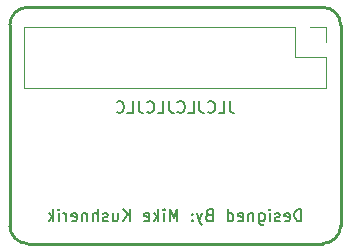
<source format=gbr>
G04 #@! TF.GenerationSoftware,KiCad,Pcbnew,(5.1.8)-1*
G04 #@! TF.CreationDate,2021-02-24T14:52:37-06:00*
G04 #@! TF.ProjectId,STLINK_Adapter,53544c49-4e4b-45f4-9164-61707465722e,rev?*
G04 #@! TF.SameCoordinates,Original*
G04 #@! TF.FileFunction,Legend,Bot*
G04 #@! TF.FilePolarity,Positive*
%FSLAX46Y46*%
G04 Gerber Fmt 4.6, Leading zero omitted, Abs format (unit mm)*
G04 Created by KiCad (PCBNEW (5.1.8)-1) date 2021-02-24 14:52:37*
%MOMM*%
%LPD*%
G01*
G04 APERTURE LIST*
%ADD10C,0.150000*%
G04 #@! TA.AperFunction,Profile*
%ADD11C,0.254000*%
G04 #@! TD*
%ADD12C,0.120000*%
G04 APERTURE END LIST*
D10*
X110666666Y-108102380D02*
X110666666Y-107102380D01*
X110428571Y-107102380D01*
X110285714Y-107150000D01*
X110190476Y-107245238D01*
X110142857Y-107340476D01*
X110095238Y-107530952D01*
X110095238Y-107673809D01*
X110142857Y-107864285D01*
X110190476Y-107959523D01*
X110285714Y-108054761D01*
X110428571Y-108102380D01*
X110666666Y-108102380D01*
X109285714Y-108054761D02*
X109380952Y-108102380D01*
X109571428Y-108102380D01*
X109666666Y-108054761D01*
X109714285Y-107959523D01*
X109714285Y-107578571D01*
X109666666Y-107483333D01*
X109571428Y-107435714D01*
X109380952Y-107435714D01*
X109285714Y-107483333D01*
X109238095Y-107578571D01*
X109238095Y-107673809D01*
X109714285Y-107769047D01*
X108857142Y-108054761D02*
X108761904Y-108102380D01*
X108571428Y-108102380D01*
X108476190Y-108054761D01*
X108428571Y-107959523D01*
X108428571Y-107911904D01*
X108476190Y-107816666D01*
X108571428Y-107769047D01*
X108714285Y-107769047D01*
X108809523Y-107721428D01*
X108857142Y-107626190D01*
X108857142Y-107578571D01*
X108809523Y-107483333D01*
X108714285Y-107435714D01*
X108571428Y-107435714D01*
X108476190Y-107483333D01*
X108000000Y-108102380D02*
X108000000Y-107435714D01*
X108000000Y-107102380D02*
X108047619Y-107150000D01*
X108000000Y-107197619D01*
X107952380Y-107150000D01*
X108000000Y-107102380D01*
X108000000Y-107197619D01*
X107095238Y-107435714D02*
X107095238Y-108245238D01*
X107142857Y-108340476D01*
X107190476Y-108388095D01*
X107285714Y-108435714D01*
X107428571Y-108435714D01*
X107523809Y-108388095D01*
X107095238Y-108054761D02*
X107190476Y-108102380D01*
X107380952Y-108102380D01*
X107476190Y-108054761D01*
X107523809Y-108007142D01*
X107571428Y-107911904D01*
X107571428Y-107626190D01*
X107523809Y-107530952D01*
X107476190Y-107483333D01*
X107380952Y-107435714D01*
X107190476Y-107435714D01*
X107095238Y-107483333D01*
X106619047Y-107435714D02*
X106619047Y-108102380D01*
X106619047Y-107530952D02*
X106571428Y-107483333D01*
X106476190Y-107435714D01*
X106333333Y-107435714D01*
X106238095Y-107483333D01*
X106190476Y-107578571D01*
X106190476Y-108102380D01*
X105333333Y-108054761D02*
X105428571Y-108102380D01*
X105619047Y-108102380D01*
X105714285Y-108054761D01*
X105761904Y-107959523D01*
X105761904Y-107578571D01*
X105714285Y-107483333D01*
X105619047Y-107435714D01*
X105428571Y-107435714D01*
X105333333Y-107483333D01*
X105285714Y-107578571D01*
X105285714Y-107673809D01*
X105761904Y-107769047D01*
X104428571Y-108102380D02*
X104428571Y-107102380D01*
X104428571Y-108054761D02*
X104523809Y-108102380D01*
X104714285Y-108102380D01*
X104809523Y-108054761D01*
X104857142Y-108007142D01*
X104904761Y-107911904D01*
X104904761Y-107626190D01*
X104857142Y-107530952D01*
X104809523Y-107483333D01*
X104714285Y-107435714D01*
X104523809Y-107435714D01*
X104428571Y-107483333D01*
X102857142Y-107578571D02*
X102714285Y-107626190D01*
X102666666Y-107673809D01*
X102619047Y-107769047D01*
X102619047Y-107911904D01*
X102666666Y-108007142D01*
X102714285Y-108054761D01*
X102809523Y-108102380D01*
X103190476Y-108102380D01*
X103190476Y-107102380D01*
X102857142Y-107102380D01*
X102761904Y-107150000D01*
X102714285Y-107197619D01*
X102666666Y-107292857D01*
X102666666Y-107388095D01*
X102714285Y-107483333D01*
X102761904Y-107530952D01*
X102857142Y-107578571D01*
X103190476Y-107578571D01*
X102285714Y-107435714D02*
X102047619Y-108102380D01*
X101809523Y-107435714D02*
X102047619Y-108102380D01*
X102142857Y-108340476D01*
X102190476Y-108388095D01*
X102285714Y-108435714D01*
X101428571Y-108007142D02*
X101380952Y-108054761D01*
X101428571Y-108102380D01*
X101476190Y-108054761D01*
X101428571Y-108007142D01*
X101428571Y-108102380D01*
X101428571Y-107483333D02*
X101380952Y-107530952D01*
X101428571Y-107578571D01*
X101476190Y-107530952D01*
X101428571Y-107483333D01*
X101428571Y-107578571D01*
X100190476Y-108102380D02*
X100190476Y-107102380D01*
X99857142Y-107816666D01*
X99523809Y-107102380D01*
X99523809Y-108102380D01*
X99047619Y-108102380D02*
X99047619Y-107435714D01*
X99047619Y-107102380D02*
X99095238Y-107150000D01*
X99047619Y-107197619D01*
X99000000Y-107150000D01*
X99047619Y-107102380D01*
X99047619Y-107197619D01*
X98571428Y-108102380D02*
X98571428Y-107102380D01*
X98476190Y-107721428D02*
X98190476Y-108102380D01*
X98190476Y-107435714D02*
X98571428Y-107816666D01*
X97380952Y-108054761D02*
X97476190Y-108102380D01*
X97666666Y-108102380D01*
X97761904Y-108054761D01*
X97809523Y-107959523D01*
X97809523Y-107578571D01*
X97761904Y-107483333D01*
X97666666Y-107435714D01*
X97476190Y-107435714D01*
X97380952Y-107483333D01*
X97333333Y-107578571D01*
X97333333Y-107673809D01*
X97809523Y-107769047D01*
X96142857Y-108102380D02*
X96142857Y-107102380D01*
X95571428Y-108102380D02*
X96000000Y-107530952D01*
X95571428Y-107102380D02*
X96142857Y-107673809D01*
X94714285Y-107435714D02*
X94714285Y-108102380D01*
X95142857Y-107435714D02*
X95142857Y-107959523D01*
X95095238Y-108054761D01*
X95000000Y-108102380D01*
X94857142Y-108102380D01*
X94761904Y-108054761D01*
X94714285Y-108007142D01*
X94285714Y-108054761D02*
X94190476Y-108102380D01*
X94000000Y-108102380D01*
X93904761Y-108054761D01*
X93857142Y-107959523D01*
X93857142Y-107911904D01*
X93904761Y-107816666D01*
X94000000Y-107769047D01*
X94142857Y-107769047D01*
X94238095Y-107721428D01*
X94285714Y-107626190D01*
X94285714Y-107578571D01*
X94238095Y-107483333D01*
X94142857Y-107435714D01*
X94000000Y-107435714D01*
X93904761Y-107483333D01*
X93428571Y-108102380D02*
X93428571Y-107102380D01*
X93000000Y-108102380D02*
X93000000Y-107578571D01*
X93047619Y-107483333D01*
X93142857Y-107435714D01*
X93285714Y-107435714D01*
X93380952Y-107483333D01*
X93428571Y-107530952D01*
X92523809Y-107435714D02*
X92523809Y-108102380D01*
X92523809Y-107530952D02*
X92476190Y-107483333D01*
X92380952Y-107435714D01*
X92238095Y-107435714D01*
X92142857Y-107483333D01*
X92095238Y-107578571D01*
X92095238Y-108102380D01*
X91238095Y-108054761D02*
X91333333Y-108102380D01*
X91523809Y-108102380D01*
X91619047Y-108054761D01*
X91666666Y-107959523D01*
X91666666Y-107578571D01*
X91619047Y-107483333D01*
X91523809Y-107435714D01*
X91333333Y-107435714D01*
X91238095Y-107483333D01*
X91190476Y-107578571D01*
X91190476Y-107673809D01*
X91666666Y-107769047D01*
X90761904Y-108102380D02*
X90761904Y-107435714D01*
X90761904Y-107626190D02*
X90714285Y-107530952D01*
X90666666Y-107483333D01*
X90571428Y-107435714D01*
X90476190Y-107435714D01*
X90142857Y-108102380D02*
X90142857Y-107435714D01*
X90142857Y-107102380D02*
X90190476Y-107150000D01*
X90142857Y-107197619D01*
X90095238Y-107150000D01*
X90142857Y-107102380D01*
X90142857Y-107197619D01*
X89666666Y-108102380D02*
X89666666Y-107102380D01*
X89571428Y-107721428D02*
X89285714Y-108102380D01*
X89285714Y-107435714D02*
X89666666Y-107816666D01*
X104619047Y-97952380D02*
X104619047Y-98666666D01*
X104666666Y-98809523D01*
X104761904Y-98904761D01*
X104904761Y-98952380D01*
X105000000Y-98952380D01*
X103666666Y-98952380D02*
X104142857Y-98952380D01*
X104142857Y-97952380D01*
X102761904Y-98857142D02*
X102809523Y-98904761D01*
X102952380Y-98952380D01*
X103047619Y-98952380D01*
X103190476Y-98904761D01*
X103285714Y-98809523D01*
X103333333Y-98714285D01*
X103380952Y-98523809D01*
X103380952Y-98380952D01*
X103333333Y-98190476D01*
X103285714Y-98095238D01*
X103190476Y-98000000D01*
X103047619Y-97952380D01*
X102952380Y-97952380D01*
X102809523Y-98000000D01*
X102761904Y-98047619D01*
X102047619Y-97952380D02*
X102047619Y-98666666D01*
X102095238Y-98809523D01*
X102190476Y-98904761D01*
X102333333Y-98952380D01*
X102428571Y-98952380D01*
X101095238Y-98952380D02*
X101571428Y-98952380D01*
X101571428Y-97952380D01*
X100190476Y-98857142D02*
X100238095Y-98904761D01*
X100380952Y-98952380D01*
X100476190Y-98952380D01*
X100619047Y-98904761D01*
X100714285Y-98809523D01*
X100761904Y-98714285D01*
X100809523Y-98523809D01*
X100809523Y-98380952D01*
X100761904Y-98190476D01*
X100714285Y-98095238D01*
X100619047Y-98000000D01*
X100476190Y-97952380D01*
X100380952Y-97952380D01*
X100238095Y-98000000D01*
X100190476Y-98047619D01*
X99476190Y-97952380D02*
X99476190Y-98666666D01*
X99523809Y-98809523D01*
X99619047Y-98904761D01*
X99761904Y-98952380D01*
X99857142Y-98952380D01*
X98523809Y-98952380D02*
X99000000Y-98952380D01*
X99000000Y-97952380D01*
X97619047Y-98857142D02*
X97666666Y-98904761D01*
X97809523Y-98952380D01*
X97904761Y-98952380D01*
X98047619Y-98904761D01*
X98142857Y-98809523D01*
X98190476Y-98714285D01*
X98238095Y-98523809D01*
X98238095Y-98380952D01*
X98190476Y-98190476D01*
X98142857Y-98095238D01*
X98047619Y-98000000D01*
X97904761Y-97952380D01*
X97809523Y-97952380D01*
X97666666Y-98000000D01*
X97619047Y-98047619D01*
X96904761Y-97952380D02*
X96904761Y-98666666D01*
X96952380Y-98809523D01*
X97047619Y-98904761D01*
X97190476Y-98952380D01*
X97285714Y-98952380D01*
X95952380Y-98952380D02*
X96428571Y-98952380D01*
X96428571Y-97952380D01*
X95047619Y-98857142D02*
X95095238Y-98904761D01*
X95238095Y-98952380D01*
X95333333Y-98952380D01*
X95476190Y-98904761D01*
X95571428Y-98809523D01*
X95619047Y-98714285D01*
X95666666Y-98523809D01*
X95666666Y-98380952D01*
X95619047Y-98190476D01*
X95571428Y-98095238D01*
X95476190Y-98000000D01*
X95333333Y-97952380D01*
X95238095Y-97952380D01*
X95095238Y-98000000D01*
X95047619Y-98047619D01*
D11*
X112500000Y-90000000D02*
G75*
G02*
X114000000Y-91500000I0J-1500000D01*
G01*
X114000000Y-108500000D02*
G75*
G02*
X112500000Y-110000000I-1500000J0D01*
G01*
X87500000Y-110000000D02*
G75*
G02*
X86000000Y-108500000I0J1500000D01*
G01*
X87500000Y-110000000D02*
X112500000Y-110000000D01*
X114000000Y-91500000D02*
X114000000Y-108500000D01*
X86000000Y-91500000D02*
X86000000Y-108500000D01*
X86000000Y-91500000D02*
G75*
G02*
X87500000Y-90000000I1500000J0D01*
G01*
X87500000Y-90000000D02*
X112500000Y-90000000D01*
D12*
X112760000Y-96850000D02*
X112760000Y-94250000D01*
X112760000Y-96850000D02*
X87240000Y-96850000D01*
X87240000Y-96850000D02*
X87240000Y-91650000D01*
X110160000Y-91650000D02*
X87240000Y-91650000D01*
X110160000Y-94250000D02*
X110160000Y-91650000D01*
X112760000Y-94250000D02*
X110160000Y-94250000D01*
X112760000Y-91650000D02*
X111430000Y-91650000D01*
X112760000Y-92980000D02*
X112760000Y-91650000D01*
M02*

</source>
